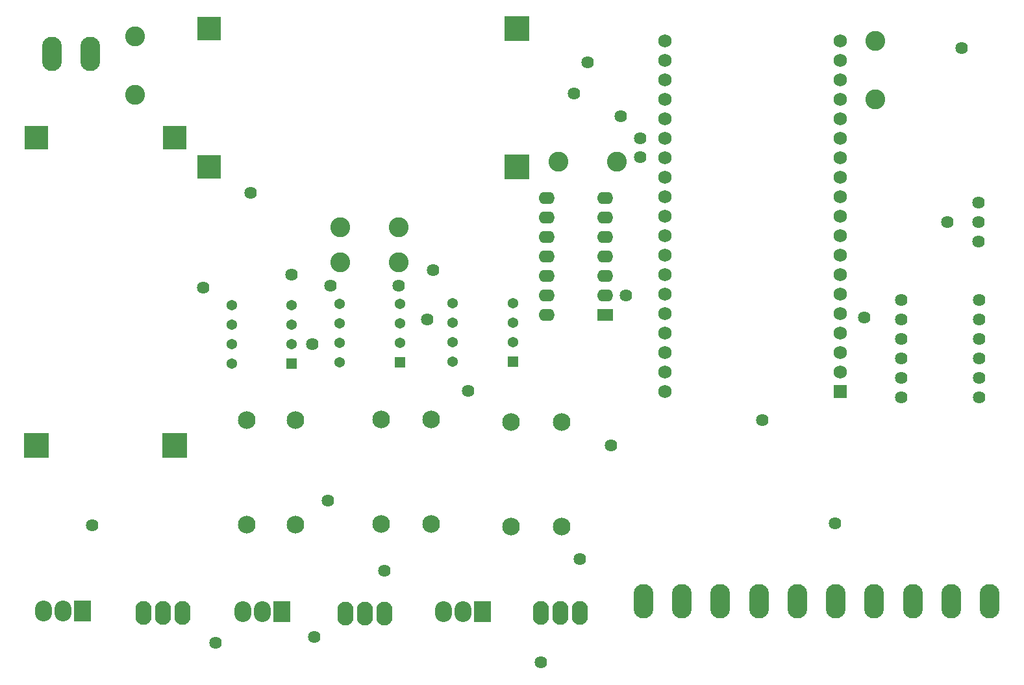
<source format=gbs>
G04 Layer: BottomSolderMaskLayer*
G04 EasyEDA v6.5.50, 2025-04-28 15:30:03*
G04 d29e8bbd84a64c809dbd0fd1d51e9294,1edd566ed00f4b82bd531d174b10065b,10*
G04 Gerber Generator version 0.2*
G04 Scale: 100 percent, Rotated: No, Reflected: No *
G04 Dimensions in millimeters *
G04 leading zeros omitted , absolute positions ,4 integer and 5 decimal *
%FSLAX45Y45*%
%MOMM*%

%AMMACRO1*4,1,8,-1.5211,-1.5508,-1.5508,-1.521,-1.5508,1.5211,-1.5211,1.5508,1.521,1.5508,1.5508,1.5211,1.5508,-1.521,1.521,-1.5508,-1.5211,-1.5508,0*%
%AMMACRO2*4,1,8,-1.5421,-1.6016,-1.6016,-1.5421,-1.6016,1.5421,-1.5421,1.6016,1.5421,1.6016,1.6016,1.5421,1.6016,-1.5421,1.5421,-1.6016,-1.5421,-1.6016,0*%
%AMMACRO3*4,1,8,-0.6545,-0.6843,-0.6843,-0.6545,-0.6843,0.6545,-0.6545,0.6843,0.6545,0.6843,0.6843,0.6545,0.6843,-0.6545,0.6545,-0.6843,-0.6545,-0.6843,0*%
%AMMACRO4*4,1,8,-1.0428,-1.3513,-1.1024,-1.2917,-1.1024,1.2918,-1.0428,1.3513,1.0428,1.3513,1.1024,1.2918,1.1024,-1.2917,1.0428,-1.3513,-1.0428,-1.3513,0*%
%AMMACRO5*4,1,8,-1.0211,-0.8008,-1.0508,-0.771,-1.0508,0.7711,-1.0211,0.8008,1.021,0.8008,1.0508,0.7711,1.0508,-0.771,1.021,-0.8008,-1.0211,-0.8008,0*%
%AMMACRO6*4,1,8,-0.8041,-0.8636,-0.8636,-0.8041,-0.8636,0.8041,-0.8041,0.8636,0.8041,0.8636,0.8636,0.8041,0.8636,-0.8041,0.8041,-0.8636,-0.8041,-0.8636,0*%
%ADD10MACRO1*%
%ADD11MACRO2*%
%ADD12O,2.5832054X4.488180000000001*%
%ADD13C,2.5908*%
%ADD14C,2.3016*%
%ADD15MACRO3*%
%ADD16C,1.3686*%
%ADD17O,2.1020024X3.1020003999999997*%
%ADD18MACRO4*%
%ADD19O,2.2031959999999997X2.7031949999999996*%
%ADD20C,1.6256*%
%ADD21MACRO5*%
%ADD22O,2.1015960000000002X1.6015970000000002*%
%ADD23C,1.7272*%
%ADD24MACRO6*%
%ADD25C,0.0160*%

%LPD*%
D10*
G01*
X2552712Y-355612D03*
G01*
X2552712Y-2159012D03*
D11*
G01*
X6565912Y-2159012D03*
G01*
X6565912Y-355612D03*
D10*
G01*
X2108187Y-1778012D03*
G01*
X304787Y-1778012D03*
D11*
G01*
X304787Y-5791212D03*
G01*
X2108187Y-5791212D03*
D12*
G01*
X1003300Y-685800D03*
G01*
X503301Y-685800D03*
G01*
X11226800Y-7823200D03*
G01*
X11726799Y-7823200D03*
G01*
X12230100Y-7823200D03*
G01*
X12730099Y-7823200D03*
G01*
X9220200Y-7823200D03*
G01*
X9720199Y-7823200D03*
G01*
X8216900Y-7823200D03*
G01*
X8716899Y-7823200D03*
G01*
X10223500Y-7823200D03*
G01*
X10723499Y-7823200D03*
D13*
G01*
X11239500Y-520700D03*
G01*
X11239500Y-1282700D03*
G01*
X7112000Y-2095500D03*
G01*
X7874000Y-2095500D03*
G01*
X5029200Y-3402584D03*
G01*
X4267200Y-3402584D03*
G01*
X5029200Y-2946400D03*
G01*
X4267200Y-2946400D03*
G01*
X1587500Y-1219200D03*
G01*
X1587500Y-457200D03*
D14*
G01*
X3048000Y-6826808D03*
G01*
X3048000Y-5466791D03*
G01*
X3683000Y-5466791D03*
G01*
X3683000Y-6826808D03*
G01*
X5448300Y-5454091D03*
G01*
X5448300Y-6814108D03*
G01*
X4800600Y-6814108D03*
G01*
X4800600Y-5454091D03*
G01*
X7150100Y-5492191D03*
G01*
X7150100Y-6852208D03*
G01*
X6489700Y-6852208D03*
G01*
X6489700Y-5492191D03*
D15*
G01*
X5038699Y-4711700D03*
D16*
G01*
X5038699Y-4457700D03*
G01*
X5038699Y-4203700D03*
G01*
X5038699Y-3949700D03*
G01*
X4257700Y-3949700D03*
G01*
X4257700Y-4203700D03*
G01*
X4257700Y-4457700D03*
G01*
X4257700Y-4711700D03*
D15*
G01*
X6511899Y-4699000D03*
D16*
G01*
X6511899Y-4445000D03*
G01*
X6511899Y-4191000D03*
G01*
X6511899Y-3937000D03*
G01*
X5730900Y-3937000D03*
G01*
X5730900Y-4191000D03*
G01*
X5730900Y-4445000D03*
G01*
X5730900Y-4699000D03*
D15*
G01*
X3628999Y-4724400D03*
D16*
G01*
X3628999Y-4470400D03*
G01*
X3628999Y-4216400D03*
G01*
X3628999Y-3962400D03*
G01*
X2848000Y-3962400D03*
G01*
X2848000Y-4216400D03*
G01*
X2848000Y-4470400D03*
G01*
X2848000Y-4724400D03*
D17*
G01*
X2209800Y-7975600D03*
G01*
X1701800Y-7975600D03*
G01*
X1955800Y-7975600D03*
G01*
X4838700Y-7988300D03*
G01*
X4330700Y-7988300D03*
G01*
X4584700Y-7988300D03*
G01*
X7391400Y-7975600D03*
G01*
X6883400Y-7975600D03*
G01*
X7137400Y-7975600D03*
D18*
G01*
X901700Y-7950200D03*
D19*
G01*
X393700Y-7950200D03*
G01*
X647700Y-7950200D03*
D18*
G01*
X3505200Y-7962900D03*
D19*
G01*
X2997200Y-7962900D03*
G01*
X3251200Y-7962900D03*
D18*
G01*
X6121400Y-7962900D03*
D19*
G01*
X5613400Y-7962900D03*
G01*
X5867400Y-7962900D03*
D20*
G01*
X12585700Y-2882900D03*
G01*
X12585700Y-3136900D03*
G01*
X12585700Y-2628900D03*
D21*
G01*
X7721610Y-4089400D03*
D22*
G01*
X7721600Y-3835400D03*
G01*
X7721600Y-3581400D03*
G01*
X7721600Y-3327400D03*
G01*
X7721600Y-3073400D03*
G01*
X7721600Y-2819400D03*
G01*
X7721600Y-2565400D03*
G01*
X6959600Y-4089400D03*
G01*
X6959600Y-3835400D03*
G01*
X6959600Y-3581400D03*
G01*
X6959600Y-3327400D03*
G01*
X6959600Y-3073400D03*
G01*
X6959600Y-2819400D03*
G01*
X6959600Y-2565400D03*
D20*
G01*
X12592050Y-3898900D03*
G01*
X12592050Y-4152900D03*
G01*
X12592050Y-4406900D03*
G01*
X12592050Y-4660900D03*
G01*
X12592050Y-4914900D03*
G01*
X12592050Y-5168900D03*
G01*
X11576050Y-5168900D03*
G01*
X11576050Y-4914900D03*
G01*
X11576050Y-4660900D03*
G01*
X11576050Y-4406900D03*
G01*
X11576050Y-4152900D03*
G01*
X11576050Y-3898900D03*
D23*
G01*
X10782300Y-520700D03*
G01*
X8496300Y-520700D03*
G01*
X10782300Y-774700D03*
G01*
X10782300Y-1028700D03*
D24*
G01*
X10782300Y-5092700D03*
D23*
G01*
X8496300Y-5092674D03*
G01*
X8496300Y-774700D03*
G01*
X8496300Y-1028700D03*
G01*
X10782300Y-4838700D03*
G01*
X10782300Y-1282700D03*
G01*
X10782300Y-1536700D03*
G01*
X10782300Y-1790700D03*
G01*
X10782300Y-2044700D03*
G01*
X10782300Y-2298700D03*
G01*
X10782300Y-2552700D03*
G01*
X10782300Y-2806700D03*
G01*
X10782300Y-3060700D03*
G01*
X10782300Y-3314700D03*
G01*
X10782300Y-3568700D03*
G01*
X10782300Y-3822700D03*
G01*
X10782300Y-4076700D03*
G01*
X10782300Y-4330700D03*
G01*
X10782300Y-4584700D03*
G01*
X8496300Y-1282700D03*
G01*
X8496300Y-1536700D03*
G01*
X8496300Y-1790700D03*
G01*
X8496300Y-2044700D03*
G01*
X8496300Y-2298700D03*
G01*
X8496300Y-2552700D03*
G01*
X8496300Y-2806700D03*
G01*
X8496300Y-3060700D03*
G01*
X8496300Y-3314700D03*
G01*
X8496300Y-3568700D03*
G01*
X8496300Y-3822700D03*
G01*
X8496300Y-4076700D03*
G01*
X8496300Y-4330700D03*
G01*
X8496300Y-4584700D03*
G01*
X8496300Y-4838700D03*
D20*
G01*
X11099800Y-4127500D03*
G01*
X12179300Y-2882900D03*
G01*
X12369800Y-609600D03*
G01*
X10718800Y-6807200D03*
G01*
X7493000Y-800100D03*
G01*
X3632200Y-3568700D03*
G01*
X8178800Y-1790700D03*
G01*
X7315200Y-1206500D03*
G01*
X7988300Y-3835400D03*
G01*
X5473700Y-3505200D03*
G01*
X7924800Y-1498600D03*
G01*
X9766300Y-5461000D03*
G01*
X8178800Y-2032000D03*
G01*
X3898900Y-4470400D03*
G01*
X5029200Y-3708400D03*
G01*
X4140200Y-3708400D03*
G01*
X4102100Y-6515100D03*
G01*
X1028700Y-6832600D03*
G01*
X3924300Y-8293100D03*
G01*
X5930900Y-5080000D03*
G01*
X2641600Y-8369300D03*
G01*
X6883400Y-8623300D03*
G01*
X5397500Y-4152900D03*
G01*
X4838700Y-7429500D03*
G01*
X2476500Y-3733800D03*
G01*
X7391400Y-7277100D03*
G01*
X3098800Y-2501900D03*
G01*
X7797800Y-5791200D03*
M02*

</source>
